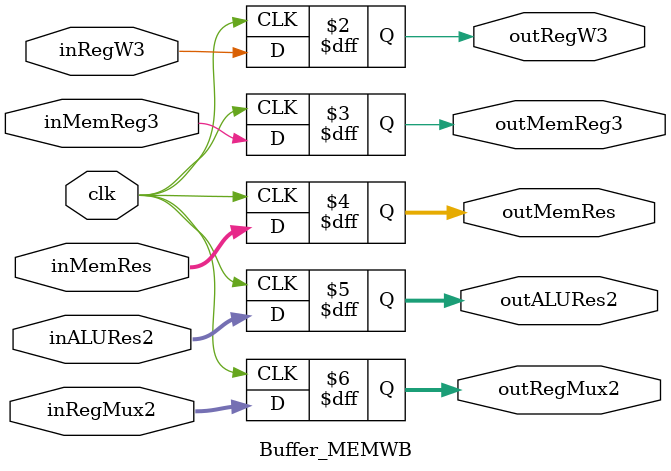
<source format=v>
module Buffer_MEMWB(
	input inRegW3, inMemReg3, clk,
	input [31:0]inMemRes, inALURes2,
	input [4:0]inRegMux2,
	output reg outRegW3, outMemReg3,
	output reg [31:0]outMemRes, outALURes2,
	output reg [4:0]outRegMux2
);

//2 - Declaracion de cables y registros

//3 - Cuerpo del modulo

//Bloque secuencial
always @(posedge clk)
begin
	outRegW3 = inRegW3;
	outMemReg3 = inMemReg3;
	outMemRes = inMemRes;
	outALURes2 = inALURes2;
	outRegMux2 = inRegMux2;
end

endmodule

</source>
